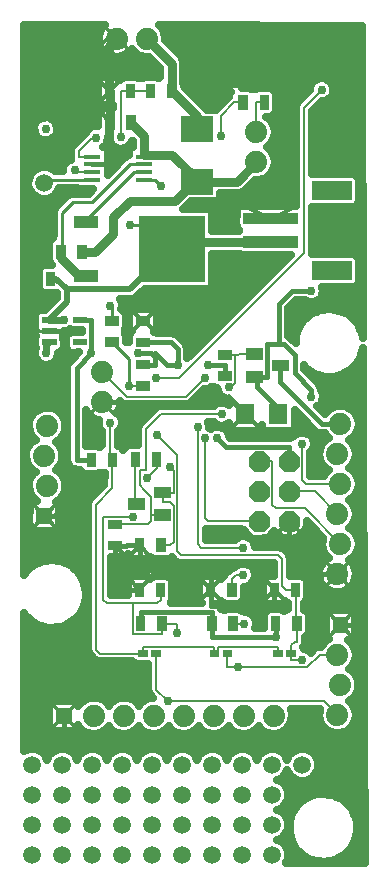
<source format=gbr>
G04 DipTrace 2.3.0.1*
%INTopLayer.gbr*%
%MOIN*%
%ADD10C,0.01*%
%ADD11C,0.006*%
%ADD13C,0.015*%
%ADD14C,0.03*%
%ADD15C,0.0157*%
%ADD16C,0.0217*%
%ADD17C,0.02*%
%ADD18C,0.025*%
%ADD19C,0.013*%
%ADD21R,0.063X0.0709*%
%ADD23R,0.108X0.085*%
%ADD25C,0.074*%
%ADD26C,0.0591*%
%ADD28R,0.0827X0.0394*%
%ADD29R,0.2224X0.2185*%
%ADD30R,0.0551X0.0157*%
%FSLAX44Y44*%
G04*
G70*
G90*
G75*
G01*
%LNTop*%
%LPD*%
X5190Y13534D2*
D11*
X5310Y13414D1*
Y12675D1*
X4941D1*
Y12344D1*
X5190D1*
X5310Y12224D1*
Y11038D1*
X5190Y10918D1*
X4887D1*
X4728Y7309D2*
Y6106D1*
X5110Y5724D1*
X5410Y7984D2*
Y8309D1*
X4920D1*
Y7974D1*
X3960D1*
Y8984D1*
X4759D1*
X4879Y9104D1*
Y9434D1*
X5110Y5724D2*
X10306D1*
X10770Y5260D1*
X3960Y8984D2*
X3090D1*
X2970Y9104D1*
Y11864D1*
X3960D1*
X4750Y14604D2*
X5430Y13924D1*
Y10714D1*
X5550Y10594D1*
X8800D1*
X8920Y10474D1*
Y9554D1*
X9040Y9434D1*
X9379D1*
X9228Y7309D2*
Y7084D1*
X9600D1*
X9420Y8309D2*
Y7704D1*
X9350D1*
X9228Y7582D1*
Y7309D1*
X9379Y9434D2*
Y8309D1*
X9420D1*
X7630Y10834D2*
X6230D1*
X6110Y10954D1*
Y14844D1*
X7103Y7309D2*
Y6844D1*
X7450D1*
X7630Y9914D2*
X7374D1*
X7254Y9794D1*
Y9434D1*
X7450Y6844D2*
X9764D1*
X10180Y7260D1*
X10770D1*
X7670Y8304D2*
X7295Y8309D1*
X8795Y7309D2*
Y7524D1*
X6797D1*
Y7309D1*
X6670D1*
X3272Y13755D2*
Y12816D1*
X2720Y12264D1*
Y11220D1*
X2730D1*
Y7434D1*
X2855Y7309D1*
X4295D1*
X6670D2*
Y7524D1*
X4295D1*
Y7309D1*
X3200Y15000D2*
Y13755D1*
X3272D1*
X6340Y16504D2*
X5710Y15874D1*
X3753D1*
X2924Y16703D1*
X7150Y16184D2*
X7210D1*
X7360Y16334D1*
Y17265D1*
X7460D1*
X7481Y17286D1*
X8011D1*
X7360Y17265D2*
X7031D1*
X3351Y11616D2*
X4450D1*
X4547Y11713D1*
Y11940D1*
Y12526D1*
X4337Y12755D1*
X4180Y12913D1*
Y13420D1*
X4380D1*
Y14780D1*
X4894Y15294D1*
X6920D1*
X4547Y11940D2*
X4941D1*
Y11927D1*
X9600Y14284D2*
Y13080D1*
X9720Y12960D1*
X10870D1*
X9166Y12717D2*
X10014D1*
X10770Y11960D1*
X8166Y13717D2*
X8600D1*
Y12274D1*
X8720Y12154D1*
X9676D1*
X10870Y10960D1*
X3250Y18400D2*
D10*
Y18850D1*
X3200Y18900D1*
X3420Y27809D2*
D14*
X3170Y27559D1*
Y26059D1*
X3183Y26046D1*
Y25008D1*
X3150Y24975D1*
Y23614D1*
D15*
X2601D1*
X1646Y5234D2*
D13*
Y4748D1*
X1860Y4534D1*
X11170D1*
X11380Y4744D1*
Y8260D1*
X10870D1*
X8670Y9434D2*
Y8894D1*
X6545D1*
Y9434D1*
X10770Y9960D2*
X9380D1*
X9166Y10174D1*
Y11717D1*
X4178Y10918D2*
X3741D1*
X3730Y10907D1*
X3351D1*
X5620Y10260D2*
X4400D1*
X4178Y10482D1*
Y10918D1*
X6545Y9434D2*
Y9975D1*
X6260Y10260D1*
X5620D1*
X3351Y10907D2*
Y10240D1*
Y9723D1*
X3640Y9434D1*
X4170D1*
X1170Y18060D2*
X1720D1*
Y15400D1*
Y14350D1*
Y12300D1*
X1320Y11900D1*
X1000D1*
X2924Y15703D2*
X7294D1*
X7698Y15300D1*
X4440Y10280D2*
X4350D1*
X4178Y10482D1*
X3480Y10240D2*
X3351D1*
X4295Y18393D2*
D10*
X5052Y19150D1*
X6750D1*
X491Y19800D2*
X600Y19691D1*
Y18300D1*
X840Y18060D1*
X1170D1*
X491Y19800D2*
X500Y19809D1*
Y25250D1*
X3059Y27809D1*
X3420D1*
X1650Y15400D2*
D13*
X1720D1*
X1650Y14350D2*
X1720D1*
X1000Y23000D2*
D10*
X1102Y23102D1*
X2601D1*
X2400Y21700D2*
Y21750D1*
X4000Y23350D1*
X4325D1*
X4333Y23358D1*
X8332Y25678D2*
D11*
X8071D1*
Y24692D1*
X4037Y13775D2*
Y12301D1*
X4075D1*
X4545Y26059D2*
X3879D1*
X2738Y24505D2*
X2601D1*
X2140Y24044D1*
Y23870D1*
X2601D1*
X3879Y26059D2*
X3552D1*
Y24516D1*
X3892Y25008D2*
D14*
X4333Y24567D1*
Y23991D1*
D15*
Y23870D1*
X4402Y23939D1*
D14*
X5255D1*
X6078Y23115D1*
Y23043D1*
X7422D1*
X8071Y23692D1*
X2259Y20700D2*
X2700D1*
X3300Y21300D1*
Y21850D1*
X3850Y22400D1*
X5350D1*
X5993Y23043D1*
X6078D1*
X2022Y23419D2*
D11*
X2083Y23358D1*
X2601D1*
X6879Y24570D2*
Y25228D1*
X7330Y25678D1*
X7623D1*
X2400Y19905D2*
D14*
X2145D1*
X1550Y20500D1*
Y20700D1*
X4333Y23614D2*
D10*
X3864D1*
X2600Y22350D1*
X1950D1*
X1600Y22000D1*
Y20750D1*
X1550Y20700D1*
X4302Y16229D2*
D11*
X3830Y16234D1*
X6350Y14484D2*
Y11837D1*
X6470Y11717D1*
X8166D1*
X3830Y16234D2*
D10*
Y17111D1*
X3250Y17691D1*
X10250Y26100D2*
D11*
X9650Y25500D1*
Y20650D1*
X5500Y16500D1*
X4730D1*
X6078Y24783D2*
D14*
Y25234D1*
X5254Y26059D1*
Y26975D1*
X4420Y27809D1*
X1660Y18434D2*
D16*
X1170D1*
Y17686D2*
X1070D1*
Y17324D1*
X4420Y13160D2*
D11*
X4746Y13486D1*
Y13775D1*
X8545Y21022D2*
D14*
X5474D1*
X5254Y20802D1*
X1200Y19800D2*
D17*
X1400D1*
X1750Y19450D1*
X3850D1*
X5202Y20802D1*
X5254D1*
X1170Y18434D2*
X1750Y19014D1*
Y19450D1*
X5254Y20802D2*
D10*
X4457Y21600D1*
X3850D1*
X4900Y22900D2*
X4698Y23102D1*
X4333D1*
X2194Y18434D2*
D13*
X2570D1*
Y17314D1*
X9166Y13717D2*
Y14194D1*
X7060D1*
X6770Y14484D1*
X4211Y8309D2*
Y8684D1*
X6586D1*
Y8309D1*
X9900Y19404D2*
X9264D1*
X8820Y18960D1*
Y17624D1*
X8430D1*
Y16538D1*
X8011D1*
X6450Y16934D2*
X7031D1*
Y16556D1*
X4130Y17314D2*
X4560D1*
X4680Y17194D1*
Y17334D1*
X5080Y16934D1*
X5440D1*
X4680Y17194D2*
Y16938D1*
X4302D1*
X9900Y15874D2*
Y16100D1*
X9340Y16660D1*
Y17260D1*
X8976Y17624D1*
X8820D1*
X2570Y17314D2*
X2080Y16824D1*
Y13755D1*
X2564D1*
X8710Y7854D2*
X8711Y8309D1*
X6586D2*
Y7854D1*
X8710D1*
X5440Y16934D2*
Y17474D1*
X5230Y17684D1*
X4295D1*
X8800Y15300D2*
Y15500D1*
X8100Y16200D1*
Y16448D1*
X8011Y16538D1*
X10870Y14960D2*
X10240D1*
X8850Y16350D1*
Y16885D1*
X8877Y16912D1*
D14*
X3200Y15000D3*
Y18900D3*
X4440Y10280D3*
X10250Y26100D3*
X4730Y16500D3*
X4420Y13160D3*
X3850Y21600D3*
X4900Y22900D3*
X6100Y27800D3*
Y27250D3*
Y26700D3*
Y26100D3*
X3480Y10240D3*
X7000Y22200D3*
Y21800D3*
X9450Y26150D3*
X3300Y23550D3*
X10600Y20800D3*
X6750Y20350D3*
X7100D3*
X1650Y15400D3*
Y14350D3*
X10250Y13450D3*
X5190Y13534D3*
X5410Y7984D3*
X3960Y11864D3*
X5110Y5724D3*
X9600Y7084D3*
X4750Y14604D3*
X6110Y14844D3*
X7630Y10834D3*
X7450Y6844D3*
X7630Y9914D3*
X7670Y8304D3*
X6340Y16504D3*
X7150Y16184D3*
X6920Y15294D3*
X9600Y14284D3*
X1049Y24797D3*
X5620Y10260D3*
X6750Y19150D3*
X3552Y24516D3*
X2738Y24505D3*
X2022Y23419D3*
X6879Y24570D3*
X6350Y14484D3*
X3830Y16234D3*
X1070Y17324D3*
X1660Y18434D3*
X6770Y14484D3*
X9900Y15874D3*
X5440Y16934D3*
X9900Y19404D3*
X2570Y17314D3*
X4130D3*
X8710Y7854D3*
X6450Y16934D3*
X350Y28026D2*
D18*
X2829D1*
X5008D2*
X11552D1*
X350Y27778D2*
X2790D1*
X5047D2*
X11552D1*
X350Y27529D2*
X2861D1*
X5270D2*
X11552D1*
X350Y27280D2*
X3103D1*
X3739D2*
X4103D1*
X5516D2*
X11552D1*
X350Y27032D2*
X4626D1*
X5661D2*
X11556D1*
X350Y26783D2*
X4845D1*
X5664D2*
X11556D1*
X350Y26534D2*
X4845D1*
X5664D2*
X11556D1*
X350Y26285D2*
X2751D1*
X5672D2*
X9888D1*
X10614D2*
X11556D1*
X350Y26037D2*
X2751D1*
X5844D2*
X7239D1*
X8715D2*
X9786D1*
X10653D2*
X11560D1*
X350Y25788D2*
X2755D1*
X6094D2*
X7040D1*
X8750D2*
X9540D1*
X10500D2*
X11560D1*
X350Y25539D2*
X3263D1*
X6344D2*
X6790D1*
X8750D2*
X9364D1*
X10090D2*
X11560D1*
X350Y25291D2*
X2771D1*
X8692D2*
X9361D1*
X9942D2*
X11560D1*
X350Y25042D2*
X728D1*
X1371D2*
X2767D1*
X8590D2*
X9361D1*
X9942D2*
X11564D1*
X350Y24793D2*
X638D1*
X1457D2*
X2458D1*
X8692D2*
X9361D1*
X9942D2*
X11564D1*
X350Y24545D2*
X736D1*
X1364D2*
X2239D1*
X8684D2*
X9361D1*
X9942D2*
X11564D1*
X350Y24296D2*
X1993D1*
X3086D2*
X3212D1*
X8551D2*
X9361D1*
X9942D2*
X11564D1*
X350Y24047D2*
X1849D1*
X3137D2*
X3798D1*
X8586D2*
X9361D1*
X9942D2*
X11564D1*
X350Y23799D2*
X1861D1*
X3137D2*
X3622D1*
X8692D2*
X9361D1*
X9942D2*
X11568D1*
X350Y23550D2*
X1634D1*
X3137D2*
X3372D1*
X8684D2*
X9361D1*
X9942D2*
X11568D1*
X350Y23301D2*
X540D1*
X8559D2*
X9361D1*
X11321D2*
X11568D1*
X8000Y23053D2*
X9361D1*
X350Y22804D2*
X482D1*
X1516D2*
X2064D1*
X7750D2*
X9361D1*
X350Y22555D2*
X685D1*
X1313D2*
X1728D1*
X6879D2*
X9361D1*
X350Y22306D2*
X1478D1*
X5825D2*
X9361D1*
X350Y22058D2*
X1294D1*
X6625D2*
X7384D1*
X9942D2*
X11571D1*
X350Y21809D2*
X1290D1*
X6625D2*
X7380D1*
X9942D2*
X11571D1*
X350Y21560D2*
X1290D1*
X6625D2*
X7384D1*
X9942D2*
X11575D1*
X350Y21312D2*
X1290D1*
X9942D2*
X11575D1*
X350Y21063D2*
X1169D1*
X9942D2*
X11575D1*
X350Y20814D2*
X1134D1*
X9942D2*
X11575D1*
X350Y20566D2*
X1134D1*
X6625D2*
X9165D1*
X11446D2*
X11579D1*
X350Y20317D2*
X1185D1*
X6625D2*
X8919D1*
X350Y20068D2*
X786D1*
X6625D2*
X8669D1*
X350Y19820D2*
X782D1*
X6625D2*
X8419D1*
X350Y19571D2*
X782D1*
X6625D2*
X8173D1*
X11422D2*
X11579D1*
X350Y19322D2*
X1380D1*
X4219D2*
X7923D1*
X10301D2*
X11583D1*
X350Y19074D2*
X1310D1*
X3567D2*
X7673D1*
X9395D2*
X9677D1*
X10121D2*
X11583D1*
X350Y18825D2*
X1064D1*
X3602D2*
X7427D1*
X9157D2*
X11583D1*
X350Y18576D2*
X677D1*
X4789D2*
X7177D1*
X9157D2*
X9821D1*
X11180D2*
X11583D1*
X350Y18327D2*
X673D1*
X4789D2*
X6927D1*
X9157D2*
X9568D1*
X11434D2*
X11587D1*
X350Y18079D2*
X673D1*
X1832D2*
X2236D1*
X3680D2*
X3857D1*
X4731D2*
X6681D1*
X9157D2*
X9431D1*
X350Y17830D2*
X677D1*
X5547D2*
X6431D1*
X9235D2*
X9361D1*
X350Y17581D2*
X673D1*
X5754D2*
X6181D1*
X350Y17333D2*
X661D1*
X1481D2*
X2126D1*
X5774D2*
X5935D1*
X350Y17084D2*
X743D1*
X1395D2*
X1876D1*
X350Y16835D2*
X1743D1*
X11293D2*
X11591D1*
X350Y16587D2*
X1743D1*
X9875D2*
X10134D1*
X10868D2*
X11591D1*
X350Y16338D2*
X1743D1*
X10125D2*
X11591D1*
X350Y16089D2*
X1743D1*
X6325D2*
X6751D1*
X10243D2*
X11595D1*
X350Y15841D2*
X1743D1*
X6075D2*
X6950D1*
X10309D2*
X11595D1*
X350Y15592D2*
X1743D1*
X3543D2*
X6650D1*
X10188D2*
X11595D1*
X350Y15343D2*
X665D1*
X1536D2*
X1743D1*
X3434D2*
X4544D1*
X11364D2*
X11595D1*
X350Y15095D2*
X501D1*
X2414D2*
X2802D1*
X3598D2*
X4294D1*
X9375D2*
X9642D1*
X2414Y14846D2*
X2821D1*
X3579D2*
X4099D1*
X6926D2*
X7122D1*
X9375D2*
X9892D1*
X350Y14597D2*
X552D1*
X2414D2*
X2911D1*
X3489D2*
X4091D1*
X7164D2*
X9353D1*
X9848D2*
X10361D1*
X11379D2*
X11599D1*
X350Y14348D2*
X568D1*
X1430D2*
X1743D1*
X2414D2*
X2911D1*
X3489D2*
X4091D1*
X10004D2*
X10282D1*
X11258D2*
X11599D1*
X1594Y14100D2*
X1743D1*
X9961D2*
X10157D1*
X11383D2*
X11599D1*
X9891Y13851D2*
X10150D1*
X11391D2*
X11603D1*
X1551Y13602D2*
X1786D1*
X9891D2*
X10259D1*
X11282D2*
X11603D1*
X350Y13354D2*
X677D1*
X1524D2*
X2216D1*
X9891D2*
X10384D1*
X11356D2*
X11603D1*
X350Y13105D2*
X505D1*
X1696D2*
X2982D1*
X1727Y12856D2*
X2911D1*
X350Y12608D2*
X544D1*
X1653D2*
X2665D1*
X11387D2*
X11607D1*
X350Y12359D2*
X587D1*
X1414D2*
X2446D1*
X11250D2*
X11607D1*
X350Y12110D2*
X478D1*
X1520D2*
X2431D1*
X11379D2*
X11607D1*
X350Y11862D2*
X478D1*
X1520D2*
X2431D1*
X11391D2*
X11607D1*
X350Y11613D2*
X482D1*
X1520D2*
X2431D1*
X11289D2*
X11611D1*
X350Y11364D2*
X2431D1*
X6399D2*
X7677D1*
X9653D2*
X10068D1*
X11344D2*
X11611D1*
X350Y11116D2*
X2439D1*
X6399D2*
X7341D1*
X7918D2*
X10259D1*
X11481D2*
X11610D1*
X350Y10867D2*
X2439D1*
X8039D2*
X10247D1*
X350Y10618D2*
X2439D1*
X9168D2*
X10345D1*
X11395D2*
X11614D1*
X350Y10369D2*
X892D1*
X1621D2*
X2439D1*
X3258D2*
X5384D1*
X9211D2*
X10298D1*
X11239D2*
X11614D1*
X2047Y10121D2*
X2439D1*
X3258D2*
X7185D1*
X7981D2*
X8630D1*
X9211D2*
X10161D1*
X11379D2*
X11614D1*
X2250Y9872D2*
X2439D1*
X3258D2*
X3868D1*
X5180D2*
X6243D1*
X8036D2*
X8368D1*
X9680D2*
X10146D1*
X11395D2*
X11614D1*
X3258Y9623D2*
X3751D1*
X5297D2*
X6126D1*
X7907D2*
X8251D1*
X9797D2*
X10243D1*
X11297D2*
X11618D1*
X3258Y9375D2*
X3751D1*
X5297D2*
X6126D1*
X7672D2*
X8251D1*
X9797D2*
X10595D1*
X10946D2*
X11618D1*
X5286Y9126D2*
X6138D1*
X7661D2*
X8263D1*
X9786D2*
X11618D1*
X6852Y8877D2*
X9087D1*
X9668D2*
X11618D1*
X2188Y8629D2*
X2439D1*
X7903D2*
X8310D1*
X9821D2*
X10372D1*
X11368D2*
X11618D1*
X350Y8380D2*
X575D1*
X1938D2*
X2439D1*
X8071D2*
X8294D1*
X9836D2*
X10349D1*
X11391D2*
X11622D1*
X350Y8131D2*
X2439D1*
X9836D2*
X10349D1*
X11391D2*
X11622D1*
X350Y7883D2*
X2439D1*
X9739D2*
X10380D1*
X11360D2*
X11622D1*
X350Y7634D2*
X2439D1*
X9700D2*
X10271D1*
X11270D2*
X11622D1*
X350Y7385D2*
X2446D1*
X11387D2*
X11626D1*
X350Y7137D2*
X2626D1*
X11387D2*
X11626D1*
X350Y6888D2*
X4439D1*
X11270D2*
X11626D1*
X350Y6639D2*
X4439D1*
X11368D2*
X11626D1*
X350Y6390D2*
X4439D1*
X11485D2*
X11626D1*
X350Y6142D2*
X4439D1*
X11489D2*
X11627D1*
X350Y5893D2*
X4540D1*
X11375D2*
X11630D1*
X350Y5644D2*
X1177D1*
X11262D2*
X11630D1*
X350Y5396D2*
X1122D1*
X9254D2*
X10157D1*
X11383D2*
X11630D1*
X350Y5147D2*
X1126D1*
X9270D2*
X10150D1*
X11391D2*
X11634D1*
X350Y4898D2*
X1138D1*
X9172D2*
X10259D1*
X11282D2*
X11634D1*
X350Y4650D2*
X2466D1*
X2829D2*
X3466D1*
X3829D2*
X4466D1*
X4829D2*
X5466D1*
X5829D2*
X6466D1*
X6829D2*
X7466D1*
X7829D2*
X8466D1*
X8829D2*
X11634D1*
X350Y4401D2*
X11634D1*
X350Y4152D2*
X11638D1*
X10059Y3904D2*
X11638D1*
X10153Y3655D2*
X11638D1*
X10118Y3406D2*
X11638D1*
X8918Y3158D2*
X9282D1*
X9918D2*
X11638D1*
X9055Y2909D2*
X11642D1*
X9153Y2660D2*
X11642D1*
X9121Y2411D2*
X9614D1*
X10985D2*
X11642D1*
X8926Y2163D2*
X9364D1*
X11235D2*
X11642D1*
X9051Y1914D2*
X9228D1*
X11371D2*
X11646D1*
X11438Y1665D2*
X11646D1*
X11450Y1417D2*
X11646D1*
X8934Y1168D2*
X9200D1*
X11403D2*
X11646D1*
X9047Y919D2*
X9310D1*
X11289D2*
X11646D1*
X9149Y671D2*
X9513D1*
X11086D2*
X11650D1*
X9125Y422D2*
X9950D1*
X10653D2*
X11650D1*
X3721Y18432D2*
Y18243D1*
X3683Y18116D1*
X3692Y17963D1*
X3721Y17849D1*
X3720Y17682D1*
X3825Y17694D1*
X3824Y17841D1*
X3862Y17968D1*
X3919Y18046D1*
X3867Y18100D1*
X3834Y18167D1*
X3824Y18235D1*
X3829Y18600D1*
X3856Y18669D1*
X3904Y18727D1*
X3967Y18767D1*
X4040Y18784D1*
X4556D1*
X4628Y18764D1*
X4690Y18723D1*
X4737Y18664D1*
X4762Y18594D1*
X4766Y18475D1*
X4761Y18186D1*
X4734Y18116D1*
X4686Y18058D1*
X4660Y18039D1*
X4795Y17994D1*
X5230D1*
X5352Y17969D1*
X5449Y17903D1*
X5659Y17693D1*
X5728Y17590D1*
X5750Y17474D1*
Y17165D1*
X5843Y17218D1*
X9216Y20590D1*
X7639D1*
X7513Y20628D1*
X7295Y20637D1*
X6603D1*
X6602Y19475D1*
X4348D1*
X4087Y19213D1*
X3984Y19143D1*
X3850Y19115D1*
X3518D1*
X3548Y19064D1*
X3582Y18944D1*
X3585Y18900D1*
X3566Y18781D1*
X3605Y18760D1*
X3692Y18672D1*
X3721Y18557D1*
Y18432D1*
X4037Y9905D2*
X4377Y9900D1*
X4447Y9873D1*
X4504Y9825D1*
X4524Y9799D1*
X4607Y9876D1*
X4721Y9905D1*
X5036D1*
X5155Y9873D1*
X5241Y9784D1*
X5271Y9670D1*
Y9198D1*
X5211Y8994D1*
X6268Y8995D1*
X6211Y9043D1*
X6171Y9106D1*
X6153Y9179D1*
X6154Y9695D1*
X6173Y9767D1*
X6215Y9829D1*
X6273Y9876D1*
X6344Y9901D1*
X6462Y9905D1*
X6752Y9900D1*
X6822Y9873D1*
X6879Y9825D1*
X6899Y9799D1*
X6991Y9879D1*
X7066Y9981D1*
X7186Y10101D1*
X7295Y10167D1*
X7300Y10329D1*
X5550D1*
X5427Y10360D1*
X5363Y10407D1*
X5240Y10530D1*
X5158Y10476D1*
X5044Y10447D1*
X4729D1*
X4603Y10485D1*
X4524Y10542D1*
X4471Y10490D1*
X4404Y10457D1*
X4336Y10447D1*
X3971Y10452D1*
X3902Y10479D1*
X3844Y10527D1*
X3804Y10590D1*
X3787Y10626D1*
X3738Y10569D1*
X3673Y10531D1*
X3587Y10515D1*
X3235D1*
Y9251D1*
X3781Y9249D1*
X3777Y9398D1*
X3783Y9720D1*
X3810Y9789D1*
X3858Y9847D1*
X3921Y9887D1*
X3993Y9904D1*
X4037Y9905D1*
X7646Y9526D2*
Y9198D1*
X7614Y9079D1*
X7525Y8992D1*
X7411Y8963D1*
X7096D1*
X6977Y8995D1*
X9350Y15409D2*
Y14711D1*
X8250D1*
X8248Y14914D1*
Y14711D1*
X7148D1*
Y14983D1*
X7023Y14923D1*
X6900Y14910D1*
X6778Y14936D1*
X6671Y15000D1*
X6649Y15027D1*
X6447Y15029D1*
X6492Y14888D1*
X6494Y14840D1*
X6556Y14804D1*
X6588Y14823D1*
X6706Y14864D1*
X6830D1*
X6949Y14825D1*
X7048Y14750D1*
X7118Y14648D1*
X7147Y14547D1*
X7191Y14502D1*
X9166Y14504D1*
X9183Y14503D1*
X9319Y14548D1*
X9418Y14623D1*
X9536Y14664D1*
X9660D1*
X9779Y14625D1*
X9878Y14550D1*
X9948Y14448D1*
X9982Y14328D1*
X9985Y14284D1*
X9965Y14161D1*
X9907Y14051D1*
X9864Y14011D1*
X9865Y13225D1*
X10325D1*
X10363Y13291D1*
X10442Y13387D1*
X10482Y13428D1*
X10379Y13498D1*
X10293Y13588D1*
X10227Y13694D1*
X10184Y13811D1*
X10165Y13935D1*
X10173Y14059D1*
X10206Y14180D1*
X10263Y14291D1*
X10342Y14387D1*
X10438Y14466D1*
X10490Y14493D1*
X10393Y14588D1*
X10354Y14651D1*
X10240Y14650D1*
X10118Y14675D1*
X10021Y14741D1*
X9349Y15412D1*
X7148Y15604D2*
Y15799D1*
X7008Y15826D1*
X6901Y15890D1*
X6821Y15985D1*
X6774Y16100D1*
X6770Y16166D1*
X6668Y16202D1*
X6556Y16186D1*
X6443Y16133D1*
X6331Y16121D1*
X5897Y15687D1*
X5791Y15622D1*
X5710Y15609D1*
X3753D1*
X3632Y15638D1*
X3530Y15723D1*
X3516Y15579D1*
X3478Y15460D1*
X3416Y15352D1*
X3399Y15329D1*
X3478Y15266D1*
X3548Y15164D1*
X3582Y15044D1*
X3585Y15000D1*
X3565Y14877D1*
X3507Y14767D1*
X3464Y14727D1*
X3465Y14223D1*
X3549Y14194D1*
X3639Y14097D1*
X3766Y14217D1*
X3880Y14246D1*
X4118D1*
X4115Y14780D1*
X4144Y14901D1*
X4193Y14967D1*
X4707Y15481D1*
X4813Y15546D1*
X4894Y15559D1*
X6640D1*
X6738Y15633D1*
X6856Y15674D1*
X6980D1*
X7099Y15635D1*
X7145Y15600D1*
X3168Y24537D2*
X3121D1*
X3103Y24382D1*
X3045Y24272D1*
X2944Y24182D1*
X3111Y24183D1*
X3107Y23556D1*
X3111Y23261D1*
X3662Y23815D1*
X3771Y23882D1*
X3728Y23864D1*
X3826Y23928D1*
X3822Y24183D1*
X3951D1*
X3948Y24409D1*
X3917Y24393D1*
X3859Y24283D1*
X3768Y24197D1*
X3655Y24145D1*
X3532Y24131D1*
X3410Y24158D1*
X3303Y24222D1*
X3223Y24316D1*
X3176Y24432D1*
X3165Y24537D1*
X3121D1*
X2791Y24887D2*
X2796Y25294D1*
X2823Y25364D1*
X2871Y25421D1*
X2934Y25461D1*
X3006Y25479D1*
X3287Y25480D1*
Y25590D1*
X3012Y25588D1*
X2939Y25600D1*
X2872Y25634D1*
X2820Y25688D1*
X2788Y25755D1*
X2777Y25823D1*
X2783Y26345D1*
X2810Y26414D1*
X2858Y26472D1*
X2921Y26512D1*
X2993Y26529D1*
X3352D1*
X3424Y26509D1*
X3487Y26468D1*
X3524Y26424D1*
X3607Y26501D1*
X3721Y26530D1*
X4036D1*
X4163Y26492D1*
X4273Y26501D1*
X4387Y26530D1*
X4702D1*
X4829Y26492D1*
X4869Y26559D1*
Y26813D1*
X4476Y27209D1*
X4370Y27206D1*
X4248Y27229D1*
X4132Y27277D1*
X4029Y27347D1*
X3943Y27437D1*
X3920Y27473D1*
X3865Y27399D1*
X3772Y27317D1*
X3663Y27255D1*
X3544Y27217D1*
X3420Y27204D1*
X3296Y27217D1*
X3177Y27255D1*
X3069Y27316D1*
X2975Y27399D1*
X2900Y27499D1*
X2848Y27612D1*
X2820Y27734D1*
X2817Y27858D1*
X2840Y27981D1*
X2887Y28096D1*
X2958Y28199D1*
X3019Y28262D1*
X328Y28274D1*
X325Y27275D1*
Y9927D1*
X426Y10057D1*
X516Y10145D1*
X615Y10221D1*
X721Y10287D1*
X834Y10340D1*
X952Y10380D1*
X1074Y10407D1*
X1199Y10420D1*
X1323D1*
X1448Y10406D1*
X1569Y10378D1*
X1687Y10336D1*
X1800Y10282D1*
X1906Y10216D1*
X2004Y10138D1*
X2092Y10050D1*
X2171Y9953D1*
X2238Y9848D1*
X2293Y9735D1*
X2335Y9618D1*
X2364Y9496D1*
X2382Y9296D1*
X2376Y9171D1*
X2355Y9048D1*
X2321Y8928D1*
X2273Y8812D1*
X2213Y8702D1*
X2142Y8600D1*
X2059Y8506D1*
X1967Y8422D1*
X1866Y8349D1*
X1757Y8287D1*
X1642Y8238D1*
X1523Y8201D1*
X1400Y8179D1*
X1275Y8169D1*
X1150Y8174D1*
X1027Y8193D1*
X906Y8225D1*
X790Y8270D1*
X679Y8328D1*
X576Y8398D1*
X480Y8479D1*
X395Y8570D1*
X327Y8661D1*
X325Y5275D1*
Y4052D1*
X477Y4116D1*
X601Y4130D1*
X725Y4115D1*
X842Y4072D1*
X945Y4002D1*
X1030Y3911D1*
X1098Y3775D1*
X1172Y3912D1*
X1256Y4004D1*
X1360Y4073D1*
X1477Y4116D1*
X1601Y4130D1*
X1725Y4115D1*
X1842Y4072D1*
X1945Y4002D1*
X2030Y3911D1*
X2098Y3775D1*
X2172Y3912D1*
X2256Y4004D1*
X2360Y4073D1*
X2477Y4116D1*
X2601Y4130D1*
X2725Y4115D1*
X2842Y4072D1*
X2945Y4002D1*
X3030Y3911D1*
X3098Y3775D1*
X3172Y3912D1*
X3256Y4004D1*
X3360Y4073D1*
X3477Y4116D1*
X3601Y4130D1*
X3725Y4115D1*
X3842Y4072D1*
X3945Y4002D1*
X4030Y3911D1*
X4098Y3775D1*
X4172Y3912D1*
X4256Y4004D1*
X4360Y4073D1*
X4477Y4116D1*
X4601Y4130D1*
X4725Y4115D1*
X4842Y4072D1*
X4945Y4002D1*
X5030Y3911D1*
X5098Y3775D1*
X5172Y3912D1*
X5256Y4004D1*
X5360Y4073D1*
X5477Y4116D1*
X5601Y4130D1*
X5725Y4115D1*
X5842Y4072D1*
X5945Y4002D1*
X6030Y3911D1*
X6098Y3775D1*
X6172Y3912D1*
X6256Y4004D1*
X6360Y4073D1*
X6477Y4116D1*
X6601Y4130D1*
X6725Y4115D1*
X6842Y4072D1*
X6945Y4002D1*
X7030Y3911D1*
X7098Y3775D1*
X7172Y3912D1*
X7256Y4004D1*
X7360Y4073D1*
X7477Y4116D1*
X7601Y4130D1*
X7725Y4115D1*
X7842Y4072D1*
X7945Y4002D1*
X8030Y3911D1*
X8098Y3775D1*
X8172Y3912D1*
X8256Y4004D1*
X8360Y4073D1*
X8477Y4116D1*
X8601Y4130D1*
X8725Y4115D1*
X8842Y4072D1*
X8945Y4002D1*
X9030Y3911D1*
X9098Y3775D1*
X9172Y3912D1*
X9256Y4004D1*
X9360Y4073D1*
X9477Y4116D1*
X9601Y4130D1*
X9725Y4115D1*
X9842Y4072D1*
X9945Y4002D1*
X10030Y3911D1*
X10090Y3802D1*
X10124Y3681D1*
X10130Y3600D1*
X10116Y3476D1*
X10072Y3359D1*
X10003Y3255D1*
X9912Y3171D1*
X9803Y3110D1*
X9683Y3076D1*
X9558Y3071D1*
X9436Y3096D1*
X9322Y3148D1*
X9225Y3225D1*
X9148Y3323D1*
X9100Y3426D1*
X9072Y3359D1*
X9003Y3255D1*
X8912Y3171D1*
X8803Y3110D1*
X8769Y3100D1*
X8842Y3072D1*
X8945Y3002D1*
X9030Y2911D1*
X9090Y2802D1*
X9124Y2681D1*
X9130Y2600D1*
X9116Y2476D1*
X9072Y2359D1*
X9003Y2255D1*
X8912Y2171D1*
X8803Y2110D1*
X8769Y2100D1*
X8842Y2072D1*
X8945Y2002D1*
X9030Y1911D1*
X9090Y1802D1*
X9124Y1681D1*
X9130Y1600D1*
X9116Y1476D1*
X9072Y1359D1*
X9003Y1255D1*
X8912Y1171D1*
X8803Y1110D1*
X8769Y1100D1*
X8842Y1072D1*
X8945Y1002D1*
X9030Y911D1*
X9090Y802D1*
X9124Y681D1*
X9130Y600D1*
X9116Y476D1*
X9072Y359D1*
X9049Y324D1*
X11673Y325D1*
X11657Y5325D1*
X11614Y17492D1*
X11564Y17292D1*
X11517Y17176D1*
X11457Y17067D1*
X11386Y16964D1*
X11303Y16870D1*
X11211Y16786D1*
X11110Y16713D1*
X11001Y16651D1*
X10886Y16602D1*
X10767Y16566D1*
X10644Y16543D1*
X10519Y16534D1*
X10394Y16539D1*
X10271Y16557D1*
X10150Y16589D1*
X10034Y16635D1*
X9923Y16693D1*
X9819Y16763D1*
X9724Y16843D1*
X9652Y16920D1*
X9650Y16787D1*
X10119Y16319D1*
X10195Y16194D1*
X10282Y15918D1*
X10285Y15874D1*
X10265Y15751D1*
X10207Y15641D1*
X10116Y15556D1*
X10092Y15544D1*
X10359Y15279D1*
X10442Y15387D1*
X10538Y15466D1*
X10649Y15524D1*
X10769Y15557D1*
X10894Y15565D1*
X11017Y15547D1*
X11135Y15504D1*
X11241Y15438D1*
X11331Y15352D1*
X11401Y15249D1*
X11449Y15134D1*
X11475Y14960D1*
X11462Y14836D1*
X11424Y14717D1*
X11362Y14609D1*
X11280Y14515D1*
X11155Y14429D1*
X11231Y14352D1*
X11301Y14249D1*
X11349Y14134D1*
X11375Y13960D1*
X11362Y13836D1*
X11324Y13717D1*
X11262Y13609D1*
X11152Y13494D1*
X11241Y13438D1*
X11331Y13352D1*
X11401Y13249D1*
X11449Y13134D1*
X11475Y12960D1*
X11462Y12836D1*
X11424Y12717D1*
X11362Y12609D1*
X11280Y12515D1*
X11155Y12429D1*
X11231Y12352D1*
X11301Y12249D1*
X11349Y12134D1*
X11375Y11960D1*
X11362Y11836D1*
X11324Y11717D1*
X11262Y11609D1*
X11152Y11494D1*
X11241Y11438D1*
X11331Y11352D1*
X11401Y11249D1*
X11449Y11134D1*
X11475Y10960D1*
X11462Y10836D1*
X11424Y10717D1*
X11362Y10609D1*
X11280Y10515D1*
X11155Y10429D1*
X11247Y10333D1*
X11313Y10227D1*
X11356Y10110D1*
X11374Y9987D1*
X11367Y9861D1*
X11334Y9740D1*
X11276Y9629D1*
X11198Y9533D1*
X11101Y9454D1*
X10990Y9397D1*
X10870Y9364D1*
X10745Y9356D1*
X10622Y9374D1*
X10505Y9417D1*
X10399Y9483D1*
X10309Y9569D1*
X10238Y9672D1*
X10190Y9787D1*
X10167Y9910D1*
X10169Y10034D1*
X10197Y10156D1*
X10250Y10269D1*
X10324Y10369D1*
X10418Y10452D1*
X10485Y10494D1*
X10393Y10588D1*
X10327Y10694D1*
X10284Y10811D1*
X10265Y10935D1*
X10273Y11059D1*
X10299Y11153D1*
X9741Y11715D1*
Y11550D1*
X9722Y11478D1*
X9683Y11419D1*
X9435Y11177D1*
X9366Y11147D1*
X9282Y11140D1*
X8975Y11145D1*
X8905Y11172D1*
X8840Y11226D1*
X8665Y11401D1*
X8474Y11209D1*
X8362Y11147D1*
X8182Y11140D1*
X8024D1*
X7902Y11175D1*
X7770Y11297D1*
X7656Y11412D1*
X7541Y11452D1*
X6416Y11457D1*
X6375Y11469D1*
Y11098D1*
X7351Y11099D1*
X7448Y11173D1*
X7566Y11214D1*
X7690D1*
X7809Y11175D1*
X7908Y11100D1*
X7978Y10998D1*
X8013Y10860D1*
X8800Y10859D1*
X8923Y10828D1*
X8987Y10781D1*
X9107Y10661D1*
X9172Y10555D1*
X9185Y10474D1*
Y9900D1*
X9346Y9905D1*
X9536D1*
X9655Y9873D1*
X9741Y9784D1*
X9771Y9670D1*
Y9198D1*
X9739Y9079D1*
X9642Y8989D1*
X9644Y8774D1*
X9697Y8748D1*
X9783Y8659D1*
X9812Y8545D1*
Y8073D1*
X9780Y7954D1*
X9683Y7864D1*
X9685Y7704D1*
X9647Y7567D1*
X9618Y7529D1*
X9660Y7464D1*
X9779Y7425D1*
X9885Y7341D1*
X9993Y7447D1*
X10099Y7512D1*
X10223Y7525D1*
X10342Y7687D1*
X10438Y7766D1*
X10490Y7793D1*
X10428Y7847D1*
X10390Y7911D1*
X10374Y7998D1*
X10378Y8571D1*
X10405Y8640D1*
X10453Y8698D1*
X10516Y8738D1*
X10588Y8755D1*
X11156D1*
X11228Y8736D1*
X11291Y8695D1*
X11337Y8636D1*
X11362Y8566D1*
X11367Y8447D1*
X11361Y7949D1*
X11334Y7879D1*
X11286Y7822D1*
X11223Y7782D1*
X11151Y7764D1*
X11106Y7763D1*
X11231Y7652D1*
X11301Y7549D1*
X11349Y7434D1*
X11375Y7260D1*
X11362Y7136D1*
X11324Y7017D1*
X11262Y6909D1*
X11152Y6794D1*
X11241Y6738D1*
X11331Y6652D1*
X11401Y6549D1*
X11449Y6434D1*
X11475Y6260D1*
X11462Y6136D1*
X11424Y6017D1*
X11362Y5909D1*
X11280Y5815D1*
X11155Y5729D1*
X11231Y5652D1*
X11301Y5549D1*
X11349Y5434D1*
X11375Y5260D1*
X11362Y5136D1*
X11324Y5017D1*
X11262Y4909D1*
X11180Y4815D1*
X11080Y4740D1*
X10967Y4688D1*
X10845Y4660D1*
X10720Y4657D1*
X10598Y4680D1*
X10482Y4728D1*
X10379Y4798D1*
X10293Y4888D1*
X10227Y4994D1*
X10184Y5111D1*
X10165Y5234D1*
X10173Y5359D1*
X10199Y5453D1*
X10056Y5459D1*
X9208D1*
X9248Y5285D1*
X9238Y5110D1*
X9200Y4991D1*
X9138Y4883D1*
X9055Y4789D1*
X8955Y4714D1*
X8842Y4662D1*
X8721Y4634D1*
X8596Y4631D1*
X8473Y4654D1*
X8358Y4702D1*
X8255Y4772D1*
X8168Y4862D1*
X8146Y4898D1*
X8055Y4789D1*
X7955Y4714D1*
X7842Y4662D1*
X7721Y4634D1*
X7596Y4631D1*
X7473Y4654D1*
X7358Y4702D1*
X7255Y4772D1*
X7168Y4862D1*
X7146Y4898D1*
X7055Y4789D1*
X6955Y4714D1*
X6842Y4662D1*
X6721Y4634D1*
X6596Y4631D1*
X6473Y4654D1*
X6358Y4702D1*
X6255Y4772D1*
X6168Y4862D1*
X6146Y4898D1*
X6055Y4789D1*
X5955Y4714D1*
X5842Y4662D1*
X5721Y4634D1*
X5596Y4631D1*
X5473Y4654D1*
X5358Y4702D1*
X5255Y4772D1*
X5168Y4862D1*
X5146Y4898D1*
X5055Y4789D1*
X4955Y4714D1*
X4842Y4662D1*
X4721Y4634D1*
X4596Y4631D1*
X4473Y4654D1*
X4358Y4702D1*
X4255Y4772D1*
X4168Y4862D1*
X4146Y4898D1*
X4055Y4789D1*
X3955Y4714D1*
X3842Y4662D1*
X3721Y4634D1*
X3596Y4631D1*
X3473Y4654D1*
X3358Y4702D1*
X3255Y4772D1*
X3168Y4862D1*
X3146Y4898D1*
X3055Y4789D1*
X2955Y4714D1*
X2842Y4662D1*
X2721Y4634D1*
X2596Y4631D1*
X2473Y4654D1*
X2358Y4702D1*
X2255Y4772D1*
X2168Y4862D1*
X2133Y4918D1*
X2110Y4854D1*
X2063Y4796D1*
X1999Y4757D1*
X1927Y4739D1*
X1360Y4738D1*
X1288Y4758D1*
X1225Y4799D1*
X1179Y4858D1*
X1154Y4928D1*
X1149Y5047D1*
X1154Y5545D1*
X1181Y5615D1*
X1229Y5672D1*
X1292Y5712D1*
X1365Y5730D1*
X1932Y5729D1*
X2004Y5710D1*
X2066Y5668D1*
X2113Y5610D1*
X2134Y5556D1*
X2217Y5661D1*
X2314Y5740D1*
X2425Y5797D1*
X2545Y5831D1*
X2670Y5839D1*
X2793Y5821D1*
X2910Y5778D1*
X3016Y5712D1*
X3106Y5626D1*
X3144Y5571D1*
X3217Y5661D1*
X3314Y5740D1*
X3425Y5797D1*
X3545Y5831D1*
X3670Y5839D1*
X3793Y5821D1*
X3910Y5778D1*
X4016Y5712D1*
X4106Y5626D1*
X4144Y5571D1*
X4217Y5661D1*
X4314Y5740D1*
X4425Y5797D1*
X4545Y5831D1*
X4627Y5836D1*
X4541Y5919D1*
X4476Y6025D1*
X4463Y6106D1*
Y6954D1*
X4137Y6956D1*
X4011Y6994D1*
X3920Y7044D1*
X2855D1*
X2732Y7075D1*
X2774Y7057D1*
X2668Y7122D1*
X2543Y7247D1*
X2478Y7353D1*
X2465Y7434D1*
Y11149D1*
X2455Y11220D1*
Y12264D1*
X2484Y12385D1*
X2533Y12451D1*
X3005Y12924D1*
X3007Y13312D1*
X2988Y13322D1*
X2835Y13314D1*
X2721Y13284D1*
X2406D1*
X2287Y13317D1*
X2197Y13414D1*
X1958Y13470D1*
X1856Y13541D1*
X1786Y13658D1*
X1770Y13755D1*
Y16824D1*
X1795Y16946D1*
X1861Y17043D1*
X2162Y17344D1*
X1957Y17343D1*
X1838Y17375D1*
X1752Y17464D1*
X1722Y17578D1*
Y17794D1*
X1755Y17913D1*
X1843Y18000D1*
X1957Y18029D1*
X2258D1*
X2260Y18091D1*
X1948Y18092D1*
X1848Y18002D1*
X1957Y18029D1*
X1866Y18111D1*
X1763Y18063D1*
X1644Y18050D1*
X1635Y17896D1*
X1641Y17968D1*
X1629Y17878D1*
X1634Y17894D1*
X1641Y17578D1*
X1609Y17459D1*
X1512Y17369D1*
X1455Y17324D1*
X1435Y17201D1*
X1377Y17091D1*
X1286Y17006D1*
X1173Y16953D1*
X1050Y16940D1*
X928Y16966D1*
X821Y17030D1*
X741Y17125D1*
X694Y17240D1*
X687Y17364D1*
X719Y17481D1*
X699Y17578D1*
X700Y17804D1*
X709Y17884D1*
X699Y17952D1*
X704Y18218D1*
X699Y18326D1*
Y18542D1*
X731Y18661D1*
X820Y18748D1*
X934Y18777D1*
X1039D1*
X1416Y19154D1*
X1415Y19315D1*
X1357Y19329D1*
X1043D1*
X923Y19361D1*
X837Y19450D1*
X809Y19573D1*
X834Y19455D1*
X808Y19564D1*
X1232Y19329D2*
X1043D1*
X923Y19361D1*
X837Y19450D1*
X808Y19564D1*
Y20036D1*
X840Y20155D1*
X928Y20242D1*
X1043Y20271D1*
X1242D1*
X1187Y20350D1*
X1158Y20464D1*
Y20936D1*
X1190Y21055D1*
X1287Y21145D1*
X1315Y21250D1*
Y22000D1*
X1344Y22124D1*
X1326Y22077D1*
X1398Y22202D1*
X1748Y22552D1*
X1857Y22619D1*
X1811Y22599D1*
X1950Y22635D1*
X2487Y22640D1*
X2633Y22786D1*
X2090Y22788D1*
Y22816D1*
X1495Y22817D1*
X1472Y22759D1*
X1403Y22655D1*
X1312Y22571D1*
X1203Y22510D1*
X1083Y22476D1*
X958Y22471D1*
X836Y22496D1*
X722Y22548D1*
X625Y22625D1*
X548Y22723D1*
X495Y22837D1*
X471Y22959D1*
X476Y23084D1*
X510Y23204D1*
X572Y23312D1*
X656Y23404D1*
X760Y23473D1*
X877Y23516D1*
X1001Y23530D1*
X1125Y23515D1*
X1242Y23472D1*
X1359Y23388D1*
X1637Y23387D1*
X1639Y23460D1*
X1672Y23580D1*
X1741Y23683D1*
X1840Y23759D1*
X1895Y23777D1*
X1876Y23851D1*
X1875Y24044D1*
X1904Y24165D1*
X1953Y24231D1*
X2392Y24671D1*
X2457Y24769D1*
X2556Y24845D1*
X2674Y24885D1*
X2794D1*
X2791Y25251D1*
X2804Y25324D1*
X2840Y25389D1*
X2895Y25440D1*
X2963Y25471D1*
X3026Y25480D1*
X11419Y1375D2*
X11399Y1252D1*
X11364Y1132D1*
X11317Y1016D1*
X11257Y907D1*
X11186Y804D1*
X11103Y710D1*
X11011Y626D1*
X10910Y553D1*
X10801Y491D1*
X10686Y442D1*
X10567Y406D1*
X10444Y383D1*
X10319Y374D1*
X10194Y379D1*
X10071Y397D1*
X9950Y429D1*
X9834Y475D1*
X9723Y533D1*
X9619Y603D1*
X9524Y683D1*
X9439Y774D1*
X9363Y874D1*
X9300Y982D1*
X9249Y1096D1*
X9210Y1215D1*
X9186Y1337D1*
X9174Y1462D1*
X9177Y1586D1*
X9194Y1710D1*
X9224Y1832D1*
X9267Y1949D1*
X9323Y2060D1*
X9391Y2165D1*
X9470Y2262D1*
X9560Y2349D1*
X9658Y2426D1*
X9765Y2491D1*
X9878Y2544D1*
X9996Y2585D1*
X10118Y2612D1*
X10242Y2625D1*
X10367Y2624D1*
X10491Y2610D1*
X10613Y2582D1*
X10731Y2541D1*
X10844Y2486D1*
X10950Y2420D1*
X11047Y2343D1*
X11136Y2255D1*
X11215Y2157D1*
X11282Y2052D1*
X11337Y1940D1*
X11379Y1822D1*
X11408Y1701D1*
X11426Y1500D1*
X11419Y1375D1*
X2830Y15106D2*
X2704Y15140D1*
X2593Y15197D1*
X2496Y15275D1*
X2418Y15372D1*
X2389Y15420D1*
X2390Y14226D1*
X2721D1*
X2848Y14188D1*
X2935Y14255D1*
Y14720D1*
X2871Y14801D1*
X2824Y14916D1*
X2817Y15040D1*
X2835Y15104D1*
X771Y12396D2*
X709Y12438D1*
X623Y12528D1*
X557Y12634D1*
X514Y12751D1*
X496Y12874D1*
X503Y12999D1*
X536Y13119D1*
X593Y13230D1*
X672Y13327D1*
X712Y13368D1*
X609Y13438D1*
X523Y13528D1*
X457Y13634D1*
X414Y13751D1*
X396Y13874D1*
X403Y13999D1*
X436Y14119D1*
X493Y14230D1*
X572Y14327D1*
X668Y14406D1*
X720Y14433D1*
X623Y14528D1*
X557Y14634D1*
X514Y14751D1*
X496Y14874D1*
X503Y14999D1*
X536Y15119D1*
X593Y15230D1*
X672Y15327D1*
X768Y15406D1*
X879Y15463D1*
X999Y15497D1*
X1124Y15505D1*
X1248Y15487D1*
X1365Y15444D1*
X1471Y15378D1*
X1561Y15292D1*
X1631Y15189D1*
X1679Y15074D1*
X1705Y14900D1*
X1692Y14776D1*
X1654Y14657D1*
X1592Y14549D1*
X1510Y14455D1*
X1385Y14369D1*
X1461Y14292D1*
X1531Y14189D1*
X1579Y14074D1*
X1605Y13900D1*
X1592Y13776D1*
X1554Y13657D1*
X1492Y13549D1*
X1382Y13434D1*
X1471Y13378D1*
X1561Y13292D1*
X1631Y13189D1*
X1679Y13074D1*
X1705Y12900D1*
X1692Y12776D1*
X1654Y12657D1*
X1592Y12549D1*
X1510Y12455D1*
X1378Y12366D1*
X1441Y12313D1*
X1480Y12249D1*
X1496Y12162D1*
X1492Y11590D1*
X1465Y11520D1*
X1417Y11462D1*
X1354Y11423D1*
X1282Y11405D1*
X714D1*
X642Y11424D1*
X579Y11465D1*
X533Y11524D1*
X508Y11594D1*
X503Y11713D1*
X509Y12211D1*
X536Y12281D1*
X583Y12338D1*
X647Y12378D1*
X719Y12396D1*
X763Y12397D1*
X7590Y26150D2*
X7780D1*
X7907Y26111D1*
X8060Y26120D1*
X8174Y26150D1*
X8489D1*
X8608Y26117D1*
X8695Y26029D1*
X8724Y25915D1*
Y25442D1*
X8692Y25323D1*
X8603Y25237D1*
X8489Y25207D1*
X8385Y25205D1*
X8442Y25170D1*
X8532Y25084D1*
X8602Y24981D1*
X8650Y24866D1*
X8676Y24692D1*
X8663Y24568D1*
X8625Y24449D1*
X8563Y24341D1*
X8481Y24247D1*
X8412Y24189D1*
X8532Y24084D1*
X8602Y23981D1*
X8650Y23866D1*
X8676Y23692D1*
X8663Y23568D1*
X8625Y23449D1*
X8563Y23341D1*
X8481Y23247D1*
X8381Y23173D1*
X8268Y23120D1*
X8146Y23092D1*
X8017Y23090D1*
X7694Y22771D1*
X7593Y22698D1*
X7470Y22662D1*
X7297Y22658D1*
X6853Y22660D1*
Y22383D1*
X5881D1*
X5625Y22130D1*
X6602D1*
Y21407D1*
X7501D1*
X7499Y21423D1*
X7447Y21477D1*
X7414Y21544D1*
X7404Y21612D1*
X7410Y22055D1*
X7437Y22125D1*
X7484Y22183D1*
X7548Y22222D1*
X7620Y22240D1*
X9385Y22241D1*
Y25500D1*
X9414Y25621D1*
X9463Y25687D1*
X9863Y26088D1*
X9867Y26140D1*
X9900Y26260D1*
X9969Y26364D1*
X10068Y26439D1*
X10186Y26480D1*
X10310D1*
X10429Y26441D1*
X10528Y26366D1*
X10598Y26264D1*
X10632Y26144D1*
X10635Y26100D1*
X10615Y25977D1*
X10557Y25867D1*
X10466Y25782D1*
X10353Y25729D1*
X10241Y25717D1*
X9915Y25391D1*
Y23301D1*
X10423Y23304D1*
X11261D1*
X11381Y23271D1*
X11467Y23183D1*
X11496Y23069D1*
Y22439D1*
X11464Y22320D1*
X11376Y22233D1*
X11261Y22204D1*
X9919Y22205D1*
X9915Y21625D1*
X9914Y20646D1*
X9923Y20627D1*
X11261D1*
X11381Y20594D1*
X11467Y20506D1*
X11496Y20392D1*
Y19762D1*
X11464Y19643D1*
X11376Y19556D1*
X11261Y19527D1*
X10265D1*
X10285Y19404D1*
X10265Y19281D1*
X10207Y19171D1*
X10116Y19086D1*
X10003Y19033D1*
X9880Y19020D1*
X9758Y19046D1*
X9675Y19096D1*
X9396Y19094D1*
X9132Y18834D1*
X9130Y17894D1*
X9195Y17843D1*
X9375Y17664D1*
X9394Y17870D1*
X9424Y17992D1*
X9467Y18109D1*
X9523Y18220D1*
X9591Y18325D1*
X9670Y18422D1*
X9760Y18509D1*
X9858Y18586D1*
X9965Y18651D1*
X10078Y18704D1*
X10196Y18745D1*
X10318Y18772D1*
X10442Y18785D1*
X10567Y18784D1*
X10691Y18770D1*
X10813Y18742D1*
X10931Y18701D1*
X11044Y18646D1*
X11150Y18580D1*
X11247Y18503D1*
X11336Y18415D1*
X11415Y18317D1*
X11482Y18212D1*
X11537Y18100D1*
X11579Y17982D1*
X11613Y17826D1*
X11574Y28226D1*
X4828Y28255D1*
X4881Y28201D1*
X4951Y28098D1*
X4999Y27983D1*
X5025Y27809D1*
X5019Y27751D1*
X5526Y27248D1*
X5598Y27147D1*
X5635Y27024D1*
X5639Y26850D1*
Y26354D1*
X5646Y26213D1*
X5645Y26286D1*
X5703Y26154D1*
X6353Y25503D1*
X6428Y25443D1*
X6721D1*
X7146Y25868D1*
X7995Y9791D2*
X7937Y9681D1*
X7846Y9596D1*
X7733Y9543D1*
X7644Y9533D1*
X7646Y9192D1*
X7611Y9074D1*
X7520Y8990D1*
X7411Y8963D1*
X7096D1*
X6969Y9001D1*
X6891Y9058D1*
X6838Y9006D1*
X6771Y8973D1*
X6738Y8966D1*
X6810Y8899D1*
X6881Y8778D1*
X7023Y8751D1*
X7137Y8780D1*
X7452D1*
X7579Y8742D1*
X7849Y8645D1*
X7948Y8570D1*
X8018Y8468D1*
X8052Y8348D1*
X8055Y8304D1*
X8026Y8164D1*
X8317D1*
X8319Y8545D1*
X8351Y8664D1*
X8440Y8751D1*
X8554Y8780D1*
X8869D1*
X8996Y8742D1*
X9114Y8809D1*
Y8993D1*
X9094Y9001D1*
X9016Y9058D1*
X8963Y9006D1*
X8896Y8973D1*
X8827Y8963D1*
X8463Y8968D1*
X8393Y8995D1*
X8336Y9043D1*
X8296Y9106D1*
X8278Y9179D1*
X8279Y9695D1*
X8298Y9767D1*
X8340Y9829D1*
X8398Y9876D1*
X8469Y9901D1*
X8587Y9905D1*
X8655D1*
Y10331D1*
X7300Y10329D1*
X7352Y10180D1*
X7448Y10253D1*
X7566Y10294D1*
X7690D1*
X7809Y10255D1*
X7908Y10180D1*
X7978Y10078D1*
X8012Y9958D1*
X8015Y9914D1*
X7995Y9791D1*
X1414Y24675D2*
X1356Y24565D1*
X1266Y24479D1*
X1153Y24427D1*
X1029Y24413D1*
X908Y24439D1*
X801Y24503D1*
X720Y24598D1*
X674Y24713D1*
X667Y24838D1*
X699Y24958D1*
X769Y25061D1*
X868Y25137D1*
X985Y25177D1*
X1110Y25178D1*
X1228Y25138D1*
X1328Y25064D1*
X1398Y24961D1*
X1432Y24841D1*
X1434Y24797D1*
X1414Y24675D1*
X3829Y9817D2*
D19*
X4170Y9434D1*
X4510Y9817D2*
X4170Y9434D1*
X8329Y9817D2*
X9010Y9051D1*
X8670Y9434D2*
X8329Y9051D1*
X6204Y9817D2*
X6885Y9051D1*
Y9817D2*
X6204Y9051D1*
X3912Y18733D2*
X4678Y18052D1*
Y18733D2*
X3912Y18052D1*
X7148Y15889D2*
X8247Y14711D1*
X7698Y15300D2*
X7148Y14711D1*
X2843Y25392D2*
X3183Y25008D1*
X2924Y15703D2*
X3351Y15276D1*
X2924Y15703D2*
X2496Y15276D1*
X10342Y10388D2*
X11197Y9533D1*
Y10388D2*
X10342Y9533D1*
X573Y12328D2*
X1428Y11473D1*
Y12328D2*
X573Y11473D1*
X9166Y11717D2*
X9573Y11309D1*
X9166Y11717D2*
X8758Y11309D1*
X1218Y5662D2*
X2073Y4806D1*
Y5662D2*
X1218Y4806D1*
X10442Y8687D2*
X11297Y7832D1*
Y8687D2*
X10442Y7832D1*
X2992Y28236D2*
X3847Y27382D1*
X3420Y27809D2*
X2992Y27382D1*
X7654Y22241D2*
X8545Y21809D1*
X9436Y22241D2*
X8545Y21809D1*
X3351Y10907D2*
X3734Y10567D1*
X4178Y10918D2*
X4519Y10535D1*
X4178Y10918D2*
X3838Y10535D1*
X2829Y26442D2*
X3170Y26059D1*
X3510Y26442D2*
X2829Y25676D1*
G36*
X3486Y18243D2*
Y18557D1*
X3014D1*
Y18243D1*
X3486D1*
G37*
G36*
Y17534D2*
Y17849D1*
X3014D1*
Y17534D1*
X3486D1*
G37*
G36*
X4327Y9670D2*
X4012D1*
Y9198D1*
X4327D1*
Y9670D1*
G37*
G36*
X5036D2*
X4721D1*
Y9198D1*
X5036D1*
Y9670D1*
G37*
G36*
X8827D2*
X8512D1*
Y9198D1*
X8827D1*
Y9670D1*
G37*
G36*
X9536D2*
X9221D1*
Y9198D1*
X9536D1*
Y9670D1*
G37*
G36*
X6702D2*
X6387D1*
Y9198D1*
X6702D1*
Y9670D1*
G37*
G36*
X7411D2*
X7096D1*
Y9198D1*
X7411D1*
Y9670D1*
G37*
G36*
X4059Y17841D2*
Y17527D1*
X4531D1*
Y17841D1*
X4059D1*
G37*
G36*
Y18550D2*
Y18235D1*
X4531D1*
Y18550D1*
X4059D1*
G37*
D21*
X8800Y15300D3*
X7698D3*
G36*
X3734Y24772D2*
X4049D1*
Y25245D1*
X3734D1*
Y24772D1*
G37*
G36*
X3026D2*
X3340D1*
Y25245D1*
X3026D1*
Y24772D1*
G37*
G36*
X1043Y19564D2*
X1357D1*
Y20036D1*
X1043D1*
Y19564D1*
G37*
G36*
X334D2*
X649D1*
Y20036D1*
X334D1*
Y19564D1*
G37*
G36*
X4452Y7427D2*
X4137D1*
Y7191D1*
X4452D1*
Y7427D1*
G37*
G36*
X4885D2*
X4570D1*
Y7191D1*
X4885D1*
Y7427D1*
G37*
G36*
X8952D2*
X8637D1*
Y7191D1*
X8952D1*
Y7427D1*
G37*
G36*
X9385D2*
X9070D1*
Y7191D1*
X9385D1*
Y7427D1*
G37*
G36*
X6827D2*
X6512D1*
Y7191D1*
X6827D1*
Y7427D1*
G37*
G36*
X7260D2*
X6945D1*
Y7191D1*
X7260D1*
Y7427D1*
G37*
D23*
X6078Y23043D3*
Y24783D3*
D25*
X2924Y15703D3*
Y16703D3*
X10770Y9960D3*
X10870Y10960D3*
X10770Y11960D3*
X10870Y12960D3*
X10770Y13960D3*
X10870Y14960D3*
G36*
X738Y12162D2*
X1261D1*
X1262Y11639D1*
X738Y11638D1*
Y12162D1*
G37*
D25*
X1100Y12900D3*
X1000Y13900D3*
X1100Y14900D3*
G36*
X8024Y13375D2*
X7824Y13575D1*
Y13858D1*
X8024Y14059D1*
X8307D1*
X8508Y13858D1*
Y13575D1*
X8307Y13375D1*
X8024D1*
G37*
G36*
X9024D2*
X8824Y13575D1*
Y13858D1*
X9024Y14059D1*
X9307D1*
X9508Y13858D1*
Y13575D1*
X9307Y13375D1*
X9024D1*
G37*
G36*
X8024Y12375D2*
X7824Y12575D1*
Y12858D1*
X8024Y13059D1*
X8307D1*
X8508Y12858D1*
Y12575D1*
X8307Y12375D1*
X8024D1*
G37*
G36*
X9024D2*
X8824Y12575D1*
Y12858D1*
X9024Y13059D1*
X9307D1*
X9508Y12858D1*
Y12575D1*
X9307Y12375D1*
X9024D1*
G37*
G36*
X8024Y11375D2*
X7824Y11575D1*
Y11858D1*
X8024Y12059D1*
X8307D1*
X8508Y11858D1*
Y11575D1*
X8307Y11375D1*
X8024D1*
G37*
G36*
X9024D2*
X8824Y11575D1*
Y11858D1*
X9024Y12059D1*
X9307D1*
X9508Y11858D1*
Y11575D1*
X9307Y11375D1*
X9024D1*
G37*
G36*
X1907Y5496D2*
X1908Y4973D1*
X1384Y4972D1*
Y5496D1*
X1907D1*
G37*
D25*
X2646Y5234D3*
X3646D3*
X4646D3*
X5646D3*
X6646D3*
X7646D3*
X8646D3*
G36*
X11132Y7998D2*
X10609D1*
X10608Y8521D1*
X11132Y8522D1*
Y7998D1*
G37*
D25*
X10770Y7260D3*
X10870Y6260D3*
X10770Y5260D3*
X3420Y27809D3*
X4420D3*
X8071Y23692D3*
Y24692D3*
G36*
X9450Y21612D2*
Y22006D1*
X7639D1*
Y21612D1*
X9450D1*
G37*
G36*
Y20825D2*
Y21218D1*
X7639D1*
Y20825D1*
X9450D1*
G37*
G36*
X11261Y23069D2*
X9923D1*
Y22439D1*
X11261D1*
Y23069D1*
G37*
G36*
Y20392D2*
X9923D1*
Y19762D1*
X11261D1*
Y20392D1*
G37*
D26*
X600Y3600D3*
X1600D3*
X2600D3*
X3600Y2600D3*
Y3600D3*
X2600Y2600D3*
X600D3*
X4600Y3600D3*
Y2600D3*
X1600D3*
X5600Y3600D3*
X6600D3*
X7600D3*
X8600Y2600D3*
Y3600D3*
X7600Y2600D3*
X5600D3*
X9600Y3600D3*
X1000Y23000D3*
X6600Y2600D3*
X600Y1600D3*
X1600D3*
X2600D3*
X3600Y600D3*
Y1600D3*
X2600Y600D3*
X600D3*
X4600Y1600D3*
Y600D3*
X1600D3*
X5600Y1600D3*
X6600D3*
X7600D3*
X8600Y600D3*
Y1600D3*
X7600Y600D3*
X5600D3*
X6600D3*
G36*
X4665Y12124D2*
Y11730D1*
X5216D1*
Y12124D1*
X4665D1*
G37*
G36*
Y12872D2*
Y12478D1*
X5216D1*
Y12872D1*
X4665D1*
G37*
G36*
X3799Y12498D2*
Y12104D1*
X4350D1*
Y12498D1*
X3799D1*
G37*
G36*
X8286Y17089D2*
Y17483D1*
X7735D1*
Y17089D1*
X8286D1*
G37*
G36*
Y16341D2*
Y16735D1*
X7735D1*
Y16341D1*
X8286D1*
G37*
G36*
X9152Y16715D2*
Y17109D1*
X8601D1*
Y16715D1*
X9152D1*
G37*
D28*
X2400Y21700D3*
Y19905D3*
D29*
X5254Y20802D3*
G36*
X4065Y16387D2*
Y16072D1*
X4538D1*
Y16387D1*
X4065D1*
G37*
G36*
Y17095D2*
Y16780D1*
X4538D1*
Y17095D1*
X4065D1*
G37*
G36*
X3115Y13519D2*
X3430D1*
Y13991D1*
X3115D1*
Y13519D1*
G37*
G36*
X2406D2*
X2721D1*
Y13991D1*
X2406D1*
Y13519D1*
G37*
G36*
X4762Y8073D2*
X5077D1*
Y8545D1*
X4762D1*
Y8073D1*
G37*
G36*
X4054D2*
X4369D1*
Y8545D1*
X4054D1*
Y8073D1*
G37*
G36*
X9262D2*
X9577D1*
Y8545D1*
X9262D1*
Y8073D1*
G37*
G36*
X8554D2*
X8869D1*
Y8545D1*
X8554D1*
Y8073D1*
G37*
G36*
X7137D2*
X7452D1*
Y8545D1*
X7137D1*
Y8073D1*
G37*
G36*
X6429D2*
X6744D1*
Y8545D1*
X6429D1*
Y8073D1*
G37*
G36*
X4195Y14011D2*
X3880D1*
Y13539D1*
X4195D1*
Y14011D1*
G37*
G36*
X4904D2*
X4589D1*
Y13539D1*
X4904D1*
Y14011D1*
G37*
G36*
X7268Y17108D2*
Y17423D1*
X6795D1*
Y17108D1*
X7268D1*
G37*
G36*
Y16399D2*
Y16714D1*
X6795D1*
Y16399D1*
X7268D1*
G37*
G36*
X1707Y20936D2*
X1393D1*
Y20464D1*
X1707D1*
Y20936D1*
G37*
G36*
X2416D2*
X2101D1*
Y20464D1*
X2416D1*
Y20936D1*
G37*
G36*
X3115Y11065D2*
Y10750D1*
X3587D1*
Y11065D1*
X3115D1*
G37*
G36*
Y11773D2*
Y11458D1*
X3587D1*
Y11773D1*
X3115D1*
G37*
G36*
X4336Y11154D2*
X4021D1*
Y10682D1*
X4336D1*
Y11154D1*
G37*
G36*
X5044D2*
X4729D1*
Y10682D1*
X5044D1*
Y11154D1*
G37*
G36*
X4702Y26295D2*
X4387D1*
Y25823D1*
X4702D1*
Y26295D1*
G37*
G36*
X5411D2*
X5096D1*
Y25823D1*
X5411D1*
Y26295D1*
G37*
G36*
X7780Y25915D2*
X7465D1*
Y25442D1*
X7780D1*
Y25915D1*
G37*
G36*
X8489D2*
X8174D1*
Y25442D1*
X8489D1*
Y25915D1*
G37*
G36*
X3327Y26295D2*
X3012D1*
Y25823D1*
X3327D1*
Y26295D1*
G37*
G36*
X4036D2*
X3721D1*
Y25823D1*
X4036D1*
Y26295D1*
G37*
G36*
X1406Y18326D2*
Y18542D1*
X934D1*
Y18326D1*
X1406D1*
G37*
G36*
Y17952D2*
Y18168D1*
X934D1*
Y17952D1*
X1406D1*
G37*
G36*
Y17578D2*
Y17794D1*
X934D1*
Y17578D1*
X1406D1*
G37*
G36*
X2430D2*
Y17794D1*
X1957D1*
Y17578D1*
X2430D1*
G37*
G36*
Y18326D2*
Y18542D1*
X1957D1*
Y18326D1*
X2430D1*
G37*
D30*
X2601Y23870D3*
Y23614D3*
Y23358D3*
Y23102D3*
X4333D3*
Y23358D3*
Y23614D3*
Y23870D3*
M02*

</source>
